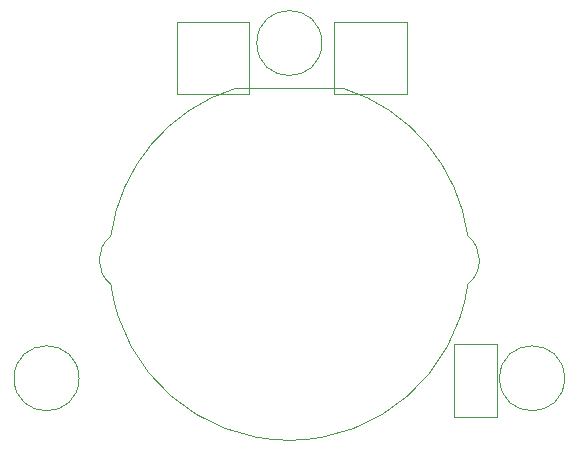
<source format=gbr>
%TF.GenerationSoftware,KiCad,Pcbnew,(5.1.9)-1*%
%TF.CreationDate,2022-08-04T12:07:28-06:00*%
%TF.ProjectId,standby_airspeed_vvi,7374616e-6462-4795-9f61-697273706565,rev?*%
%TF.SameCoordinates,Original*%
%TF.FileFunction,Other,User*%
%FSLAX46Y46*%
G04 Gerber Fmt 4.6, Leading zero omitted, Abs format (unit mm)*
G04 Created by KiCad (PCBNEW (5.1.9)-1) date 2022-08-04 12:07:28*
%MOMM*%
%LPD*%
G01*
G04 APERTURE LIST*
%ADD10C,0.050000*%
%ADD11C,0.100000*%
G04 APERTURE END LIST*
D10*
%TO.C,J3*%
X170395515Y-76684574D02*
X170395515Y-82834574D01*
X170395515Y-82834574D02*
X176545515Y-82834574D01*
X176545515Y-82834574D02*
X176545515Y-76684574D01*
X176545515Y-76684574D02*
X170395515Y-76684574D01*
%TO.C,J2*%
X183730515Y-76684574D02*
X183730515Y-82834574D01*
X183730515Y-82834574D02*
X189880515Y-82834574D01*
X189880515Y-82834574D02*
X189880515Y-76684574D01*
X189880515Y-76684574D02*
X183730515Y-76684574D01*
%TO.C,J1*%
X197490515Y-103989574D02*
X193890515Y-103989574D01*
X193890515Y-103989574D02*
X193890515Y-110139574D01*
X193890515Y-110139574D02*
X197490515Y-110139574D01*
X197490515Y-110139574D02*
X197490515Y-103989574D01*
D11*
%TO.C,M1*%
X175370492Y-82317952D02*
X184505040Y-82317952D01*
X164824410Y-98906845D02*
G75*
G02*
X164824711Y-94828822I1613356J2038893D01*
G01*
X195049696Y-98915400D02*
G75*
G02*
X164824711Y-98907082I-15111930J2047448D01*
G01*
X164824305Y-94831831D02*
G75*
G02*
X175370492Y-82317952I15113461J-2036121D01*
G01*
X195051122Y-94829059D02*
G75*
G02*
X195050821Y-98907082I-1613356J-2038893D01*
G01*
X184502143Y-82317044D02*
G75*
G02*
X195050821Y-94828822I-4564377J-14550908D01*
G01*
D10*
%TO.C,H3*%
X182687766Y-78484574D02*
G75*
G03*
X182687766Y-78484574I-2750000J0D01*
G01*
%TO.C,H2*%
X203241250Y-106867951D02*
G75*
G03*
X203241250Y-106867951I-2750000J0D01*
G01*
%TO.C,H1*%
X162134281Y-106867951D02*
G75*
G03*
X162134281Y-106867951I-2750000J0D01*
G01*
%TD*%
M02*

</source>
